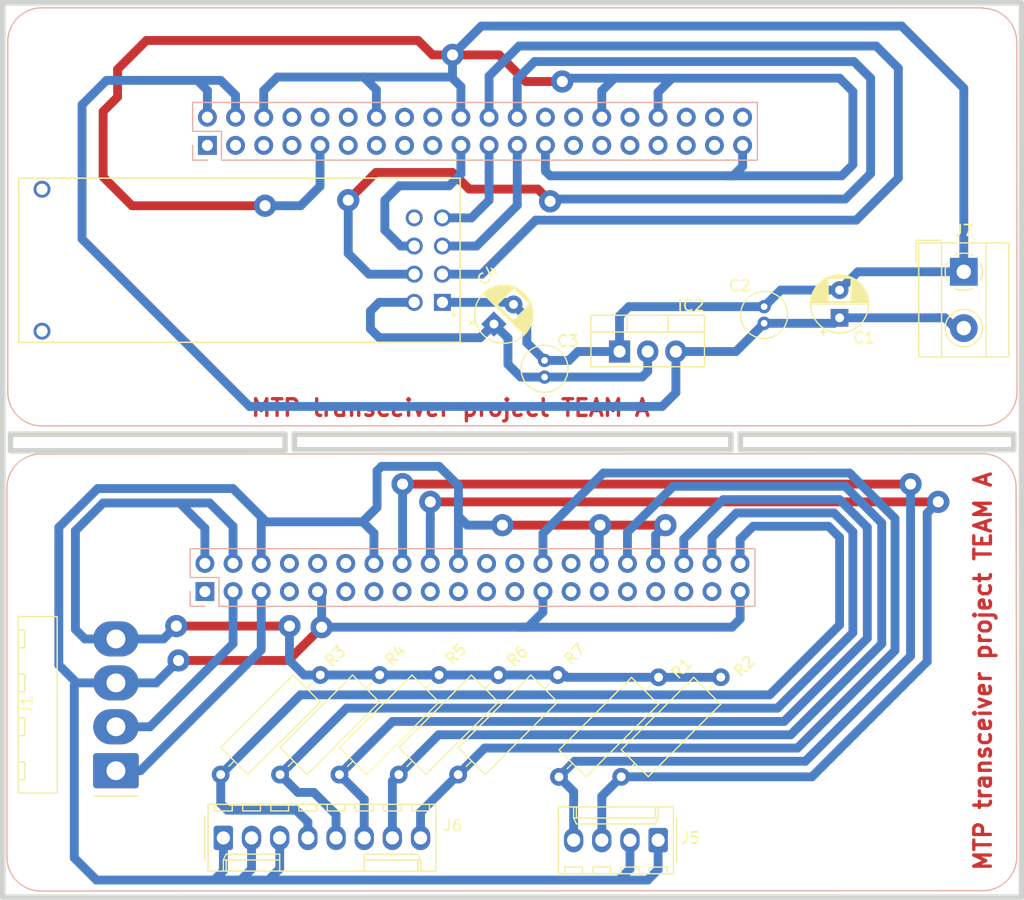
<source format=kicad_pcb>
(kicad_pcb (version 20240108) (generator "pcbnew") (generator_version "8.0")
  (title_block (date "15 nov 2012"))
  (layers (0 "F.Cu" signal) (31 "B.Cu" signal) (34 "B.Paste" user) (35 "F.Paste" user) (36 "B.SilkS" user "B.Silkscreen") (37 "F.SilkS" user "F.Silkscreen") (38 "B.Mask" user) (39 "F.Mask" user) (44 "Edge.Cuts" user))
  (net 0 "")
  (net 1 "GND")
  (net 2 "CSN")
  (net 3 "+5V")
  (net 4 "+3V3")
  (net 5 "CE")
  (net 6 "/interface/GPIO2{slash}SDA1")
  (net 7 "/interface/GPIO3{slash}SCL1")
  (net 9 "/Transceiver/GPIO18{slash}PCM.CLK")
  (net 10 "/Transceiver/GPIO26")
  (net 12 "/Transceiver/GPIO6")
  (net 13 "/Transceiver/GPIO16")
  (net 14 "/Transceiver/GPIO27")
  (net 16 "/Transceiver/GPIO24")
  (net 17 "/Transceiver/GPIO23")
  (net 18 "/Transceiver/GPIO10{slash}SPI0.MOSI")
  (net 19 "/Transceiver/GPIO4{slash}GPCLK0")
  (net 20 "/Transceiver/GPIO11{slash}SPI0.SCLK")
  (net 21 "/Transceiver/GPIO3{slash}SCL1")
  (net 22 "/Transceiver/GPIO14{slash}TXD0")
  (net 23 "/Transceiver/GPIO13{slash}PWM1")
  (net 24 "/Transceiver/GPIO19{slash}PCM.FS")
  (net 25 "/Transceiver/GPIO22")
  (net 26 "/Transceiver/GPIO9{slash}SPI0.MISO")
  (net 27 "/Transceiver/GPIO12{slash}PWM0")
  (net 28 "/Transceiver/GPIO21{slash}PCM.DOUT")
  (net 29 "/Transceiver/ID_SDA")
  (net 30 "/Transceiver/GPIO2{slash}SDA1")
  (net 31 "/Transceiver/ID_SCL")
  (net 32 "/Transceiver/GPIO7{slash}SPI0.CE1")
  (net 33 "/Transceiver/GPIO5")
  (net 34 "/Transceiver/GPIO15{slash}RXD0")
  (net 35 "/Transceiver/GPIO20{slash}PCM.DIN")
  (net 36 "/Transceiver/GPIO17")
  (net 38 "/interface/GPIO9{slash}SPI0.MISO")
  (net 39 "/interface/GPIO22")
  (net 40 "/interface/ID_SDA")
  (net 41 "/interface/GPIO19{slash}PCM.FS")
  (net 42 "/interface/GPIO20{slash}PCM.DIN")
  (net 43 "/interface/GPIO7{slash}SPI0.CE1")
  (net 44 "/interface/GPIO10{slash}SPI0.MOSI")
  (net 45 "/interface/GPIO21{slash}PCM.DOUT")
  (net 46 "/interface/ID_SCL")
  (net 47 "/interface/GPIO18{slash}PCM.CLK")
  (net 48 "/interface/GPIO25")
  (net 49 "/interface/GPIO4{slash}GPCLK0")
  (net 50 "/interface/GPIO11{slash}SPI0.SCLK")
  (net 51 "/interface/GPIO5")
  (net 52 "/interface/GPIO13{slash}PWM1")
  (net 53 "/interface/GPIO8{slash}SPI0.CE0")
  (net 54 "/interface/GPIO12{slash}PWM0")
  (net 55 "/interface/GPIO16")
  (net 56 "/interface/GPIO26")
  (net 57 "/interface/GPIO23")
  (net 58 "/interface/GPIO14{slash}TXD0")
  (net 59 "/interface/GPIO27")
  (net 60 "/interface/GPIO15{slash}RXD0")
  (net 61 "/interface/GPIO24")
  (net 62 "/interface/GPIO6")
  (net 63 "/interface/GPIO17")
  (net 65 "GND1")
  (net 66 "+5VA")
  (footprint "Resistor_THT:R_Axial_DIN0309_L9.0mm_D3.2mm_P12.70mm_Horizontal" (layer "F.Cu") (at 123.885192 182.809872 -135)
    (property "Reference" "R5" (at -2.4 0.25 45) (layer "F.SilkS"))
    (property "Value" "220")
    (pad "1" thru_hole circle (at 0 0 225) (size 1.6 1.6) (drill 0.8) (layers "*.Cu" "*.Mask") (net 66 "+5VA"))
    (pad "2" thru_hole oval (at 12.7 0 225) (size 1.6 1.6) (drill 0.8) (layers "*.Cu" "*.Mask") (net 55 "/interface/GPIO16"))
  )
  (footprint "Capacitor_THT:C_Radial_D4.0mm_H5.0mm_P1.50mm" (layer "F.Cu") (at 133.4 155.95 90)
    (property "Reference" "C3" (at 3.25 2.1 360) (layer "F.SilkS"))
    (property "Value" "33uF")
    (pad "1" thru_hole circle (at 0 0 90) (size 1.2 1.2) (drill 0.6) (layers "*.Cu" "*.Mask") (net 4 "+3V3"))
    (pad "2" thru_hole circle (at 1.5 0 90) (size 1.2 1.2) (drill 0.6) (layers "*.Cu" "*.Mask") (net 1 "GND"))
  )
  (footprint "Connector_Molex:Molex_KK-396_A-41792-0004_1x04_P3.96mm_Horizontal" (layer "F.Cu") (at 94.755 191.44 90)
    (property "Reference" "J1" (at 5.94 -8.055 90) (layer "F.SilkS"))
    (property "Value" "LCD_screeen")
    (pad "1" thru_hole roundrect (at 0 0 90) (size 3.16 4.1) (drill 1.7) (layers "*.Cu" "*.Mask") (roundrect_rratio 0.079114) (net 7 "/interface/GPIO3{slash}SCL1"))
    (pad "2" thru_hole oval (at 3.96 0 90) (size 3.16 4.1) (drill 1.7) (layers "*.Cu" "*.Mask") (net 6 "/interface/GPIO2{slash}SDA1"))
    (pad "3" thru_hole oval (at 7.92 0 90) (size 3.16 4.1) (drill 1.7) (layers "*.Cu" "*.Mask") (net 65 "GND1"))
    (pad "4" thru_hole oval (at 11.88 0 90) (size 3.16 4.1) (drill 1.7) (layers "*.Cu" "*.Mask") (net 66 "+5VA"))
  )
  (footprint "Package_TO_SOT_THT:TO-220-3_Vertical" (layer "F.Cu") (at 140.16 153.645)
    (property "Reference" "IC2" (at 6.44 -4.145 180) (layer "F.SilkS"))
    (property "Value" "LD1117v33")
    (pad "1" thru_hole rect (at 0 0) (size 1.905 2) (drill 1.1) (layers "*.Cu" "*.Mask") (net 1 "GND"))
    (pad "2" thru_hole oval (at 2.54 0) (size 1.905 2) (drill 1.1) (layers "*.Cu" "*.Mask") (net 4 "+3V3"))
    (pad "3" thru_hole oval (at 5.08 0) (size 1.905 2) (drill 1.1) (layers "*.Cu" "*.Mask") (net 3 "+5V"))
  )
  (footprint "Resistor_THT:R_Axial_DIN0309_L9.0mm_D3.2mm_P12.70mm_Horizontal" (layer "F.Cu") (at 134.590128 182.809872 -135)
    (property "Reference" "R7" (at -2.4 0.25 45) (layer "F.SilkS"))
    (property "Value" "220")
    (pad "1" thru_hole circle (at 0 0 225) (size 1.6 1.6) (drill 0.8) (layers "*.Cu" "*.Mask") (net 66 "+5VA"))
    (pad "2" thru_hole oval (at 12.7 0 225) (size 1.6 1.6) (drill 0.8) (layers "*.Cu" "*.Mask") (net 43 "/interface/GPIO7{slash}SPI0.CE1"))
  )
  (footprint "NRF24L01P-MODULE-PCB:XCVR_NRF24L01P-MODULE-PCB" (layer "F.Cu") (at 126.2875 137.5125 180)
    (property "Reference" "U1" (hide yes))
    (property "Value" "NRF24L01P")
    (pad "1" thru_hole rect (at 2.1 -11.7 180) (size 1.524 1.524) (drill 1.016) (layers "*.Cu" "*.Mask") (net 1 "GND"))
    (pad "2" thru_hole circle (at 4.6399 -11.7 180) (size 1.524 1.524) (drill 1.016) (layers "*.Cu" "*.Mask") (net 4 "+3V3"))
    (pad "3" thru_hole circle (at 2.1 -9.16 180) (size 1.524 1.524) (drill 1.016) (layers "*.Cu" "*.Mask") (net 5 "CE"))
    (pad "4" thru_hole circle (at 4.6399 -9.16 180) (size 1.524 1.524) (drill 1.016) (layers "*.Cu" "*.Mask") (net 2 "CSN"))
    (pad "5" thru_hole circle (at 2.1 -6.62 180) (size 1.524 1.524) (drill 1.016) (layers "*.Cu" "*.Mask") (net 20 "/Transceiver/GPIO11{slash}SPI0.SCLK"))
    (pad "6" thru_hole circle (at 4.6399 -6.62 180) (size 1.524 1.524) (drill 1.016) (layers "*.Cu" "*.Mask") (net 18 "/Transceiver/GPIO10{slash}SPI0.MOSI"))
    (pad "7" thru_hole circle (at 2.1 -4.08 180) (size 1.524 1.524) (drill 1.016) (layers "*.Cu" "*.Mask") (net 26 "/Transceiver/GPIO9{slash}SPI0.MISO"))
    (pad "8" thru_hole circle (at 4.6399 -4.08 180) (size 1.524 1.524) (drill 1.016) (layers "*.Cu" "*.Mask"))
    (pad "GND" thru_hole circle (at 38.2 -14.3 180) (size 1.524 1.524) (drill 1.016) (layers "*.Cu" "*.Mask"))
    (pad "GND" thru_hole circle (at 38.2 -1.5 180) (size 1.524 1.524) (drill 1.016) (layers "*.Cu" "*.Mask"))
  )
  (footprint "Connector_Molex:Molex_KK-254_AE-6410-04A_1x04_P2.54mm_Vertical" (layer "F.Cu") (at 143.64 197.7 180)
    (property "Reference" "J5" (at -2.9 0.2 0) (layer "F.SilkS"))
    (property "Value" "Switches")
    (pad "1" thru_hole roundrect (at 0 0 180) (size 1.74 2.19) (drill 1.19) (layers "*.Cu" "*.Mask") (roundrect_rratio 0.143678) (net 65 "GND1"))
    (pad "2" thru_hole oval (at 2.54 0 180) (size 1.74 2.19) (drill 1.19) (layers "*.Cu" "*.Mask") (net 65 "GND1"))
    (pad "3" thru_hole oval (at 5.08 0 180) (size 1.74 2.19) (drill 1.19) (layers "*.Cu" "*.Mask") (net 61 "/interface/GPIO24"))
    (pad "4" thru_hole oval (at 7.62 0 180) (size 1.74 2.19) (drill 1.19) (layers "*.Cu" "*.Mask") (net 57 "/interface/GPIO23"))
  )
  (footprint "Resistor_THT:R_Axial_DIN0309_L9.0mm_D3.2mm_P12.70mm_Horizontal" (layer "F.Cu") (at 118.532724 182.809872 -135)
    (property "Reference" "R4" (at -2.25 0.25 45) (layer "F.SilkS"))
    (property "Value" "220")
    (pad "1" thru_hole circle (at 0 0 225) (size 1.6 1.6) (drill 0.8) (layers "*.Cu" "*.Mask") (net 66 "+5VA"))
    (pad "2" thru_hole oval (at 12.7 0 225) (size 1.6 1.6) (drill 0.8) (layers "*.Cu" "*.Mask") (net 42 "/interface/GPIO20{slash}PCM.DIN"))
  )
  (footprint "TerminalBlock_MetzConnect:TerminalBlock_MetzConnect_Type101_RT01602HBWC_1x02_P5.08mm_Horizontal" (layer "F.Cu") (at 171.2 146.455 -90)
    (property "Reference" "J7" (at -3.72 0 360) (layer "F.SilkS"))
    (property "Value" "Screw_Terminal_01x02")
    (pad "1" thru_hole rect (at 0 0 270) (size 2.5 2.5) (drill 1.3) (layers "*.Cu" "*.Mask") (net 1 "GND"))
    (pad "2" thru_hole circle (at 5.08 0 270) (size 2.5 2.5) (drill 1.3) (layers "*.Cu" "*.Mask") (net 3 "+5V"))
  )
  (footprint "Connector_Molex:Molex_KK-254_AE-6410-08A_1x08_P2.54mm_Vertical" (layer "F.Cu") (at 104.44 197.5)
    (property "Reference" "J6" (at 20.7 -1.125 360) (layer "F.SilkS"))
    (property "Value" "LED_status")
    (pad "1" thru_hole roundrect (at 0 0) (size 1.74 2.19) (drill 1.19) (layers "*.Cu" "*.Mask") (roundrect_rratio 0.143678) (net 65 "GND1"))
    (pad "2" thru_hole oval (at 2.54 0) (size 1.74 2.19) (drill 1.19) (layers "*.Cu" "*.Mask") (net 65 "GND1"))
    (pad "3" thru_hole oval (at 5.08 0) (size 1.74 2.19) (drill 1.19) (layers "*.Cu" "*.Mask") (net 65 "GND1"))
    (pad "4" thru_hole oval (at 7.62 0) (size 1.74 2.19) (drill 1.19) (layers "*.Cu" "*.Mask") (net 45 "/interface/GPIO21{slash}PCM.DOUT"))
    (pad "5" thru_hole oval (at 10.16 0) (size 1.74 2.19) (drill 1.19) (layers "*.Cu" "*.Mask") (net 42 "/interface/GPIO20{slash}PCM.DIN"))
    (pad "6" thru_hole oval (at 12.7 0) (size 1.74 2.19) (drill 1.19) (layers "*.Cu" "*.Mask") (net 55 "/interface/GPIO16"))
    (pad "7" thru_hole oval (at 15.24 0) (size 1.74 2.19) (drill 1.19) (layers "*.Cu" "*.Mask") (net 54 "/interface/GPIO12{slash}PWM0"))
    (pad "8" thru_hole oval (at 17.78 0) (size 1.74 2.19) (drill 1.19) (layers "*.Cu" "*.Mask") (net 43 "/interface/GPIO7{slash}SPI0.CE1"))
  )
  (footprint "Resistor_THT:R_Axial_DIN0309_L9.0mm_D3.2mm_P12.70mm_Horizontal" (layer "F.Cu") (at 129.23766 182.809872 -135)
    (property "Reference" "R6" (at -2.4 0 45) (layer "F.SilkS"))
    (property "Value" "220")
    (pad "1" thru_hole circle (at 0 0 225) (size 1.6 1.6) (drill 0.8) (layers "*.Cu" "*.Mask") (net 66 "+5VA"))
    (pad "2" thru_hole oval (at 12.7 0 225) (size 1.6 1.6) (drill 0.8) (layers "*.Cu" "*.Mask") (net 54 "/interface/GPIO12{slash}PWM0"))
  )
  (footprint "Resistor_THT:R_Axial_DIN0309_L9.0mm_D3.2mm_P12.70mm_Horizontal" (layer "F.Cu") (at 149.290128 183.009872 -135)
    (property "Reference" "R2" (at -2.199999 -0.8 45) (layer "F.SilkS"))
    (property "Value" "220")
    (pad "1" thru_hole circle (at 0 0 225) (size 1.6 1.6) (drill 0.8) (layers "*.Cu" "*.Mask") (net 66 "+5VA"))
    (pad "2" thru_hole oval (at 12.7 0 225) (size 1.6 1.6) (drill 0.8) (layers "*.Cu" "*.Mask") (net 61 "/interface/GPIO24"))
  )
  (footprint "Capacitor_THT:CP_Radial_D5.0mm_P2.50mm" (layer "F.Cu") (at 160 150.605113 90)
    (property "Reference" "C1" (at -1.794888 2.2 360) (layer "F.SilkS"))
    (property "Value" "10uF")
    (pad "1" thru_hole rect (at 0 0 90) (size 1.6 1.6) (drill 0.8) (layers "*.Cu" "*.Mask") (net 3 "+5V"))
    (pad "2" thru_hole circle (at 2.5 0 90) (size 1.6 1.6) (drill 0.8) (layers "*.Cu" "*.Mask") (net 1 "GND"))
  )
  (footprint "Resistor_THT:R_Axial_DIN0309_L9.0mm_D3.2mm_P12.70mm_Horizontal" (layer "F.Cu") (at 143.680256 183.019744 -135)
    (property "Reference" "R1" (at -2.05 -0.9 45) (layer "F.SilkS"))
    (property "Value" "220")
    (pad "1" thru_hole circle (at 0 0 225) (size 1.6 1.6) (drill 0.8) (layers "*.Cu" "*.Mask") (net 66 "+5VA"))
    (pad "2" thru_hole oval (at 12.7 0 225) (size 1.6 1.6) (drill 0.8) (layers "*.Cu" "*.Mask") (net 57 "/interface/GPIO23"))
  )
  (footprint "Capacitor_THT:CP_Radial_D5.0mm_P2.50mm" (layer "F.Cu") (at 128.832233 151.167767 45)
    (property "Reference" "C4" (at 2.695588 -3.504159 45) (layer "F.SilkS"))
    (property "Value" "10uF")
    (pad "1" thru_hole rect (at 0 0 45) (size 1.6 1.6) (drill 0.8) (layers "*.Cu" "*.Mask") (net 4 "+3V3"))
    (pad "2" thru_hole circle (at 2.5 0 45) (size 1.6 1.6) (drill 0.8) (layers "*.Cu" "*.Mask") (net 1 "GND"))
  )
  (footprint "Capacitor_THT:C_Radial_D4.0mm_H5.0mm_P1.50mm" (layer "F.Cu") (at 153.2 151.1 90)
    (property "Reference" "C2" (at 3.4 -2.2 180) (layer "F.SilkS"))
    (property "Value" "0,47uF")
    (pad "1" thru_hole circle (at 0 0 90) (size 1.2 1.2) (drill 0.6) (layers "*.Cu" "*.Mask") (net 3 "+5V"))
    (pad "2" thru_hole circle (at 1.5 0 90) (size 1.2 1.2) (drill 0.6) (layers "*.Cu" "*.Mask") (net 1 "GND"))
  )
  (footprint "Resistor_THT:R_Axial_DIN0309_L9.0mm_D3.2mm_P12.70mm_Horizontal" (layer "F.Cu") (at 113.180256 182.809872 -135)
    (property "Reference" "R3" (at -2.15 0.25 45) (layer "F.SilkS"))
    (property "Value" "220")
    (pad "1" thru_hole circle (at 0 0 225) (size 1.6 1.6) (drill 0.8) (layers "*.Cu" "*.Mask") (net 66 "+5VA"))
    (pad "2" thru_hole oval (at 12.7 0 225) (size 1.6 1.6) (drill 0.8) (layers "*.Cu" "*.Mask") (net 45 "/interface/GPIO21{slash}PCM.DOUT"))
  )
  (footprint "Module:Raspberry_Pi_Zero_Socketed_THT_FaceDown_MountingHoles" (layer "B.Cu") (at 102.775 175.29 -90)
    (property "Reference" "J4" (hide yes))
    (property "Value" "GPIO" (hide yes))
    (pad "" np_thru_hole circle (at -1.27 -53.13 180) (size 2.75 2.75) (drill 2.75) (layers "*.Cu" "*.Mask"))
    (pad "" np_thru_hole circle (at -1.27 4.87 180) (size 2.75 2.75) (drill 2.75) (layers "*.Cu" "*.Mask"))
    (pad "" np_thru_hole circle (at 21.73 -53.13 180) (size 2.75 2.75) (drill 2.75) (layers "*.Cu" "*.Mask"))
    (pad "" np_thru_hole circle (at 21.73 4.87 180) (size 2.75 2.75) (drill 2.75) (layers "*.Cu" "*.Mask"))
    (pad "1" thru_hole rect (at 0 0 270) (size 1.7 1.7) (drill 1) (layers "*.Cu" "*.Mask"))
    (pad "2" thru_hole oval (at -2.54 0 270) (size 1.7 1.7) (drill 1) (layers "*.Cu" "*.Mask") (net 66 "+5VA"))
    (pad "3" thru_hole oval (at 0 -2.54 270) (size 1.7 1.7) (drill 1) (layers "*.Cu" "*.Mask") (net 6 "/interface/GPIO2{slash}SDA1"))
    (pad "4" thru_hole oval (at -2.54 -2.54 270) (size 1.7 1.7) (drill 1) (layers "*.Cu" "*.Mask") (net 66 "+5VA"))
    (pad "5" thru_hole oval (at 0 -5.08 270) (size 1.7 1.7) (drill 1) (layers "*.Cu" "*.Mask") (net 7 "/interface/GPIO3{slash}SCL1"))
    (pad "6" thru_hole oval (at -2.54 -5.08 270) (size 1.7 1.7) (drill 1) (layers "*.Cu" "*.Mask") (net 65 "GND1"))
    (pad "7" thru_hole oval (at 0 -7.62 270) (size 1.7 1.7) (drill 1) (layers "*.Cu" "*.Mask") (net 49 "/interface/GPIO4{slash}GPCLK0"))
    (pad "8" thru_hole oval (at -2.54 -7.62 270) (size 1.7 1.7) (drill 1) (layers "*.Cu" "*.Mask") (net 58 "/interface/GPIO14{slash}TXD0"))
    (pad "9" thru_hole oval (at 0 -10.16 270) (size 1.7 1.7) (drill 1) (layers "*.Cu" "*.Mask") (net 65 "GND1"))
    (pad "10" thru_hole oval (at -2.54 -10.16 270) (size 1.7 1.7) (drill 1) (layers "*.Cu" "*.Mask") (net 60 "/interface/GPIO15{slash}RXD0"))
    (pad "11" thru_hole oval (at 0 -12.7 270) (size 1.7 1.7) (drill 1) (layers "*.Cu" "*.Mask") (net 63 "/interface/GPIO17"))
    (pad "12" thru_hole oval (at -2.54 -12.7 270) (size 1.7 1.7) (drill 1) (layers "*.Cu" "*.Mask") (net 47 "/interface/GPIO18{slash}PCM.CLK"))
    (pad "13" thru_hole oval (at 0 -15.24 270) (size 1.7 1.7) (drill 1) (layers "*.Cu" "*.Mask") (net 59 "/interface/GPIO27"))
    (pad "14" thru_hole oval (at -2.54 -15.24 270) (size 1.7 1.7) (drill 1) (layers "*.Cu" "*.Mask") (net 65 "GND1"))
    (pad "15" thru_hole oval (at 0 -17.78 270) (size 1.7 1.7) (drill 1) (layers "*.Cu" "*.Mask") (net 39 "/interface/GPIO22"))
    (pad "16" thru_hole oval (at -2.54 -17.78 270) (size 1.7 1.7) (drill 1) (layers "*.Cu" "*.Mask") (net 57 "/interface/GPIO23"))
    (pad "17" thru_hole oval (at 0 -20.32 270) (size 1.7 1.7) (drill 1) (layers "*.Cu" "*.Mask"))
    (pad "18" thru_hole oval (at -2.54 -20.32 270) (size 1.7 1.7) (drill 1) (layers "*.Cu" "*.Mask") (net 61 "/interface/GPIO24"))
    (pad "19" thru_hole oval (at 0 -22.86 270) (size 1.7 1.7) (drill 1) (layers "*.Cu" "*.Mask") (net 44 "/interface/GPIO10{slash}SPI0.MOSI"))
    (pad "20" thru_hole oval (at -2.54 -22.86 270) (size 1.7 1.7) (drill 1) (layers "*.Cu" "*.Mask") (net 65 "GND1"))
    (pad "21" thru_hole oval (at 0 -25.4 270) (size 1.7 1.7) (drill 1) (layers "*.Cu" "*.Mask") (net 38 "/interface/GPIO9{slash}SPI0.MISO"))
    (pad "22" thru_hole oval (at -2.54 -25.4 270) (size 1.7 1.7) (drill 1) (layers "*.Cu" "*.Mask") (net 48 "/interface/GPIO25"))
    (pad "23" thru_hole oval (at 0 -27.94 270) (size 1.7 1.7) (drill 1) (layers "*.Cu" "*.Mask") (net 50 "/interface/GPIO11{slash}SPI0.SCLK"))
    (pad "24" thru_hole oval (at -2.54 -27.94 270) (size 1.7 1.7) (drill 1) (layers "*.Cu" "*.Mask") (net 53 "/interface/GPIO8{slash}SPI0.CE0"))
    (pad "25" thru_hole oval (at 0 -30.48 270) (size 1.7 1.7) (drill 1) (layers "*.Cu" "*.Mask") (net 65 "GND1"))
    (pad "26" thru_hole oval (at -2.54 -30.48 270) (size 1.7 1.7) (drill 1) (layers "*.Cu" "*.Mask") (net 43 "/interface/GPIO7{slash}SPI0.CE1"))
    (pad "27" thru_hole oval (at 0 -33.02 270) (size 1.7 1.7) (drill 1) (layers "*.Cu" "*.Mask") (net 40 "/interface/ID_SDA"))
    (pad "28" thru_hole oval (at -2.54 -33.02 270) (size 1.7 1.7) (drill 1) (layers "*.Cu" "*.Mask") (net 46 "/interface/ID_SCL"))
    (pad "29" thru_hole oval (at 0 -35.56 270) (size 1.7 1.7) (drill 1) (layers "*.Cu" "*.Mask") (net 51 "/interface/GPIO5"))
    (pad "30" thru_hole oval (at -2.54 -35.56 270) (size 1.7 1.7) (drill 1) (layers "*.Cu" "*.Mask") (net 65 "GND1"))
    (pad "31" thru_hole oval (at 0 -38.1 270) (size 1.7 1.7) (drill 1) (layers "*.Cu" "*.Mask") (net 62 "/interface/GPIO6"))
    (pad "32" thru_hole oval (at -2.54 -38.1 270) (size 1.7 1.7) (drill 1) (layers "*.Cu" "*.Mask") (net 54 "/interface/GPIO12{slash}PWM0"))
    (pad "33" thru_hole oval (at 0 -40.64 270) (size 1.7 1.7) (drill 1) (layers "*.Cu" "*.Mask") (net 52 "/interface/GPIO13{slash}PWM1"))
    (pad "34" thru_hole oval (at -2.54 -40.64 270) (size 1.7 1.7) (drill 1) (layers "*.Cu" "*.Mask") (net 65 "GND1"))
    (pad "35" thru_hole oval (at 0 -43.18 270) (size 1.7 1.7) (drill 1) (layers "*.Cu" "*.Mask") (net 41 "/interface/GPIO19{slash}PCM.FS"))
    (pad "36" thru_hole oval (at -2.54 -43.18 270) (size 1.7 1.7) (drill 1) (layers "*.Cu" "*.Mask") (net 55 "/interface/GPIO16"))
    (pad "37" thru_hole oval (at 0 -45.72 270) (size 1.7 1.7) (drill 1) (layers "*.Cu" "*.Mask") (net 56 "/interface/GPIO26"))
    (pad "38" thru_hole oval (at -2.54 -45.72 270) (size 1.7 1.7) (drill 1) (layers "*.Cu" "*.Mask") (net 42 "/interface/GPIO20{slash}PCM.DIN"))
    (pad "39" thru_hole oval (at 0 -48.26 270) (size 1.7 1.7) (drill 1) (layers "*.Cu" "*.Mask") (net 65 "GND1"))
    (pad "40" thru_hole oval (at -2.54 -48.26 270) (size 1.7 1.7) (drill 1) (layers "*.Cu" "*.Mask") (net 45 "/interface/GPIO21{slash}PCM.DOUT"))
  )
  (footprint "Module:Raspberry_Pi_Zero_Socketed_THT_FaceDown_MountingHoles" (layer "B.Cu") (at 102.999064 135.057077 -90)
    (property "Reference" "J3" (hide yes))
    (property "Value" "GPIO" (hide yes))
    (pad "" np_thru_hole circle (at -1.27 -53.13 180) (size 2.75 2.75) (drill 2.75) (layers "*.Cu" "*.Mask"))
    (pad "" np_thru_hole circle (at -1.27 4.87 180) (size 2.75 2.75) (drill 2.75) (layers "*.Cu" "*.Mask"))
    (pad "" np_thru_hole circle (at 21.73 -53.13 180) (size 2.75 2.75) (drill 2.75) (layers "*.Cu" "*.Mask"))
    (pad "" np_thru_hole circle (at 21.73 4.87 180) (size 2.75 2.75) (drill 2.75) (layers "*.Cu" "*.Mask"))
    (pad "1" thru_hole rect (at 0 0 270) (size 1.7 1.7) (drill 1) (layers "*.Cu" "*.Mask"))
    (pad "2" thru_hole oval (at -2.54 0 270) (size 1.7 1.7) (drill 1) (layers "*.Cu" "*.Mask") (net 3 "+5V"))
    (pad "3" thru_hole oval (at 0 -2.54 270) (size 1.7 1.7) (drill 1) (layers "*.Cu" "*.Mask") (net 30 "/Transceiver/GPIO2{slash}SDA1"))
    (pad "4" thru_hole oval (at -2.54 -2.54 270) (size 1.7 1.7) (drill 1) (layers "*.Cu" "*.Mask") (net 3 "+5V"))
    (pad "5" thru_hole oval (at 0 -5.08 270) (size 1.7 1.7) (drill 1) (layers "*.Cu" "*.Mask") (net 21 "/Transceiver/GPIO3{slash}SCL1"))
    (pad "6" thru_hole oval (at -2.54 -5.08 270) (size 1.7 1.7) (drill 1) (layers "*.Cu" "*.Mask") (net 1 "GND"))
    (pad "7" thru_hole oval (at 0 -7.62 270) (size 1.7 1.7) (drill 1) (layers "*.Cu" "*.Mask") (net 19 "/Transceiver/GPIO4{slash}GPCLK0"))
    (pad "8" thru_hole oval (at -2.54 -7.62 270) (size 1.7 1.7) (drill 1) (layers "*.Cu" "*.Mask") (net 22 "/Transceiver/GPIO14{slash}TXD0"))
    (pad "9" thru_hole oval (at 0 -10.16 270) (size 1.7 1.7) (drill 1) (layers "*.Cu" "*.Mask") (net 1 "GND"))
    (pad "10" thru_hole oval (at -2.54 -10.16 270) (size 1.7 1.7) (drill 1) (layers "*.Cu" "*.Mask") (net 34 "/Transceiver/GPIO15{slash}RXD0"))
    (pad "11" thru_hole oval (at 0 -12.7 270) (size 1.7 1.7) (drill 1) (layers "*.Cu" "*.Mask") (net 36 "/Transceiver/GPIO17"))
    (pad "12" thru_hole oval (at -2.54 -12.7 270) (size 1.7 1.7) (drill 1) (layers "*.Cu" "*.Mask") (net 9 "/Transceiver/GPIO18{slash}PCM.CLK"))
    (pad "13" thru_hole oval (at 0 -15.24 270) (size 1.7 1.7) (drill 1) (layers "*.Cu" "*.Mask") (net 14 "/Transceiver/GPIO27"))
    (pad "14" thru_hole oval (at -2.54 -15.24 270) (size 1.7 1.7) (drill 1) (layers "*.Cu" "*.Mask") (net 1 "GND"))
    (pad "15" thru_hole oval (at 0 -17.78 270) (size 1.7 1.7) (drill 1) (layers "*.Cu" "*.Mask") (net 25 "/Transceiver/GPIO22"))
    (pad "16" thru_hole oval (at -2.54 -17.78 270) (size 1.7 1.7) (drill 1) (layers "*.Cu" "*.Mask") (net 17 "/Transceiver/GPIO23"))
    (pad "17" thru_hole oval (at 0 -20.32 270) (size 1.7 1.7) (drill 1) (layers "*.Cu" "*.Mask"))
    (pad "18" thru_hole oval (at -2.54 -20.32 270) (size 1.7 1.7) (drill 1) (layers "*.Cu" "*.Mask") (net 16 "/Transceiver/GPIO24"))
    (pad "19" thru_hole oval (at 0 -22.86 270) (size 1.7 1.7) (drill 1) (layers "*.Cu" "*.Mask") (net 18 "/Transceiver/GPIO10{slash}SPI0.MOSI"))
    (pad "20" thru_hole oval (at -2.54 -22.86 270) (size 1.7 1.7) (drill 1) (layers "*.Cu" "*.Mask") (net 1 "GND"))
    (pad "21" thru_hole oval (at 0 -25.4 270) (size 1.7 1.7) (drill 1) (layers "*.Cu" "*.Mask") (net 26 "/Transceiver/GPIO9{slash}SPI0.MISO"))
    (pad "22" thru_hole oval (at -2.54 -25.4 270) (size 1.7 1.7) (drill 1) (layers "*.Cu" "*.Mask") (net 5 "CE"))
    (pad "23" thru_hole oval (at 0 -27.94 270) (size 1.7 1.7) (drill 1) (layers "*.Cu" "*.Mask") (net 20 "/Transceiver/GPIO11{slash}SPI0.SCLK"))
    (pad "24" thru_hole oval (at -2.54 -27.94 270) (size 1.7 1.7) (drill 1) (layers "*.Cu" "*.Mask") (net 2 "CSN"))
    (pad "25" thru_hole oval (at 0 -30.48 270) (size 1.7 1.7) (drill 1) (layers "*.Cu" "*.Mask") (net 1 "GND"))
    (pad "26" thru_hole oval (at -2.54 -30.48 270) (size 1.7 1.7) (drill 1) (layers "*.Cu" "*.Mask") (net 32 "/Transceiver/GPIO7{slash}SPI0.CE1"))
    (pad "27" thru_hole oval (at 0 -33.02 270) (size 1.7 1.7) (drill 1) (layers "*.Cu" "*.Mask") (net 29 "/Transceiver/ID_SDA"))
    (pad "28" thru_hole oval (at -2.54 -33.02 270) (size 1.7 1.7) (drill 1) (layers "*.Cu" "*.Mask") (net 31 "/Transceiver/ID_SCL"))
    (pad "29" thru_hole oval (at 0 -35.56 270) (size 1.7 1.7) (drill 1) (layers "*.Cu" "*.Mask") (net 33 "/Transceiver/GPIO5"))
    (pad "30" thru_hole oval (at -2.54 -35.56 270) (size 1.7 1.7) (drill 1) (layers "*.Cu" "*.Mask") (net 1 "GND"))
    (pad "31" thru_hole oval (at 0 -38.1 270) (size 1.7 1.7) (drill 1) (layers "*.Cu" "*.Mask") (net 12 "/Transceiver/GPIO6"))
    (pad "32" thru_hole oval (at -2.54 -38.1 270) (size 1.7 1.7) (drill 1) (layers "*.Cu" "*.Mask") (net 27 "/Transceiver/GPIO12{slash}PWM0"))
    (pad "33" thru_hole oval (at 0 -40.64 270) (size 1.7 1.7) (drill 1) (layers "*.Cu" "*.Mask") (net 23 "/Transceiver/GPIO13{slash}PWM1"))
    (pad "34" thru_hole oval (at -2.54 -40.64 270) (size 1.7 1.7) (drill 1) (layers "*.Cu" "*.Mask") (net 1 "GND"))
    (pad "35" thru_hole oval (at 0 -43.18 270) (size 1.7 1.7) (drill 1) (layers "*.Cu" "*.Mask") (net 24 "/Transceiver/GPIO19{slash}PCM.FS"))
    (pad "36" thru_hole oval (at -2.54 -43.18 270) (size 1.7 1.7) (drill 1) (layers "*.Cu" "*.Mask") (net 13 "/Transceiver/GPIO16"))
    (pad "37" thru_hole oval (at 0 -45.72 270) (size 1.7 1.7) (drill 1) (layers "*.Cu" "*.Mask") (net 10 "/Transceiver/GPIO26"))
    (pad "38" thru_hole oval (at -2.54 -45.72 270) (size 1.7 1.7) (drill 1) (layers "*.Cu" "*.Mask") (net 35 "/Transceiver/GPIO20{slash}PCM.DIN"))
    (pad "39" thru_hole oval (at 0 -48.26 270) (size 1.7 1.7) (drill 1) (layers "*.Cu" "*.Mask") (net 1 "GND"))
    (pad "40" thru_hole oval (at -2.54 -48.26 270) (size 1.7 1.7) (drill 1) (layers "*.Cu" "*.Mask") (net 28 "/Transceiver/GPIO21{slash}PCM.DOUT"))
  )
  (gr_rect (start 151.05 161.1) (end 175.7 162.5) (stroke (width 0.5)) (fill none) (layer "Edge.Cuts"))
  (gr_rect (start 84.55 122.2) (end 176.4 202.85) (stroke (width 0.5)) (fill none) (layer "Edge.Cuts"))
  (gr_rect (start 110.85 161.1) (end 150.2 162.5) (stroke (width 0.5)) (fill none) (layer "Edge.Cuts"))
  (gr_rect (start 85.25 161.1) (end 110 162.6) (stroke (width 0.5)) (fill none) (layer "Edge.Cuts"))
  (gr_text "MTP transceiver project TEAM A " (at 106.8 159.6 0) (layer "F.Cu") (effects (font (size 1.5 1.5) (thickness 0.3) (bold yes)) (justify left bottom)))
  (gr_text "MTP transceiver project TEAM A " (at 173.8 200.6 90) (layer "F.Cu") (effects (font (size 1.5 1.5) (thickness 0.3) (bold yes)) (justify left bottom)))
  (segment (start 122 125.6) (end 97.5 125.6) (width 0.8) (layer "F.Cu") (net 1))
  (segment (start 135 129.3) (end 131.7 129.3) (width 0.8) (layer "F.Cu") (net 1))
  (segment (start 131.7 129.3) (end 129.3 126.9) (width 0.8) (layer "F.Cu") (net 1))
  (segment (start 129.3 126.9) (end 125.1 126.9) (width 0.8) (layer "F.Cu") (net 1))
  (segment (start 97.5 125.6) (end 94.9 128.2) (width 0.8) (layer "F.Cu") (net 1))
  (segment (start 93.6 137.9) (end 96.2 140.5) (width 0.8) (layer "F.Cu") (net 1))
  (segment (start 123.3 126.9) (end 122 125.6) (width 0.8) (layer "F.Cu") (net 1))
  (segment (start 93.6 132) (end 93.6 137.9) (width 0.8) (layer "F.Cu") (net 1))
  (segment (start 125.1 126.9) (end 123.3 126.9) (width 0.8) (layer "F.Cu") (net 1))
  (segment (start 96.2 140.5) (end 108.2 140.5) (width 0.8) (layer "F.Cu") (net 1))
  (segment (start 94.9 128.2) (end 94.9 130.7) (width 0.8) (layer "F.Cu") (net 1))
  (segment (start 94.9 130.7) (end 93.6 132) (width 0.8) (layer "F.Cu") (net 1))
  (via (at 135 129.3) (size 2) (drill 1) (layers "F.Cu" "B.Cu") (net 1))
  (via (at 125.1 126.9) (size 2) (drill 1) (layers "F.Cu" "B.Cu") (net 1))
  (via (at 108.2 140.5) (size 2) (drill 1) (layers "F.Cu" "B.Cu") (net 1))
  (segment (start 160 148.105113) (end 154.694887 148.105113) (width 0.8) (layer "B.Cu") (net 1))
  (segment (start 113.159064 135.057077) (end 113.159064 138.740936) (width 0.8) (layer "B.Cu") (net 1))
  (segment (start 109.3 128.9) (end 108.079064 130.120936) (width 0.8) (layer "B.Cu") (net 1))
  (segment (start 139.7 129) (end 135.3 129) (width 0.8) (layer "B.Cu") (net 1))
  (segment (start 131.8 150.6) (end 131.8 152.85) (width 0.8) (layer "B.Cu") (net 1))
  (segment (start 133.479064 137.379064) (end 133.9 137.8) (width 0.8) (layer "B.Cu") (net 1))
  (segment (start 144.9 129) (end 160 129) (width 0.8) (layer "B.Cu") (net 1))
  (segment (start 125.1 128.8) (end 125 128.9) (width 0.8) (layer "B.Cu") (net 1))
  (segment (start 154.694887 148.105113) (end 153.2 149.6) (width 0.8) (layer "B.Cu") (net 1))
  (segment (start 118.239064 132.517077) (end 118.239064 130.039064) (width 0.8) (layer "B.Cu") (net 1))
  (segment (start 125.1 126.9) (end 125.1 128.8) (width 0.8) (layer "B.Cu") (net 1))
  (segment (start 143.639064 132.517077) (end 143.639064 130.260936) (width 0.8) (layer "B.Cu") (net 1))
  (segment (start 139.7 129) (end 144.9 129) (width 0.8) (layer "B.Cu") (net 1))
  (segment (start 118.239064 130.039064) (end 117.1 128.9) (width 0.8) (layer "B.Cu") (net 1))
  (segment (start 117.1 128.9) (end 109.3 128.9) (width 0.8) (layer "B.Cu") (net 1))
  (segment (start 125.859064 129.759064) (end 125 128.9) (width 0.8) (layer "B.Cu") (net 1))
  (segment (start 108.079064 130.120936) (end 108.079064 132.517077) (width 0.8) (layer "B.Cu") (net 1))
  (segment (start 133.9 137.8) (end 149.8 137.8) (width 0.8) (layer "B.Cu") (net 1))
  (segment (start 149.8 137.8) (end 150.4 137.8) (width 0.8) (layer "B.Cu") (net 1))
  (segment (start 138.559064 132.517077) (end 138.559064 130.140936) (width 0.8) (layer "B.Cu") (net 1))
  (segment (start 127.7 124.3) (end 125.1 126.9) (width 0.8) (layer "B.Cu") (net 1))
  (segment (start 135.3 129) (end 135 129.3) (width 0.8) (layer "B.Cu") (net 1))
  (segment (start 141 149.6) (end 140.16 150.44) (width 0.8) (layer "B.Cu") (net 1))
  (segment (start 125 128.9) (end 117.1 128.9) (width 0.8) (layer "B.Cu") (net 1))
  (segment (start 135.6 154.45) (end 136.405 153.645) (width 0.8) (layer "B.Cu") (net 1))
  (segment (start 150.4 137.8) (end 151.259064 136.940936) (width 0.8) (layer "B.Cu") (net 1))
  (segment (start 171.2 146.455) (end 161.650113 146.455) (width 0.8) (layer "B.Cu") (net 1))
  (segment (start 125.859064 132.517077) (end 125.859064 129.759064) (width 0.8) (layer "B.Cu") (net 1))
  (segment (start 111.4 140.5) (end 108.2 140.5) (width 0.8) (layer "B.Cu") (net 1))
  (segment (start 130.6 149.4) (end 131.8 150.6) (width 0.8) (layer "B.Cu") (net 1))
  (segment (start 140.16 150.44) (end 140.16 153.645) (width 0.8) (layer "B.Cu") (net 1))
  (segment (start 153.2 149.6) (end 141 149.6) (width 0.8) (layer "B.Cu") (net 1))
  (segment (start 113.159064 138.740936) (end 111.4 140.5) (width 0.8) (layer "B.Cu") (net 1))
  (segment (start 124.1875 149.2125) (end 130.4125 149.2125) (width 0.8) (layer "B.Cu") (net 1))
  (segment (start 160.2 137.8) (end 149.8 137.8) (width 0.8) (layer "B.Cu") (net 1))
  (segment (start 136.405 153.645) (end 140.16 153.645) (width 0.8) (layer "B.Cu") (net 1))
  (segment (start 138.559064 130.140936) (end 139.7 129) (width 0.8) (layer "B.Cu") (net 1))
  (segment (start 160 129) (end 161.2 130.2) (width 0.8) (layer "B.Cu") (net 1))
  (segment (start 131.8 152.85) (end 133.4 154.45) (width 0.8) (layer "B.Cu") (net 1))
  (segment (start 161.650113 146.455) (end 160 148.105113) (width 0.8) (layer "B.Cu") (net 1))
  (segment (start 165.6 124.3) (end 127.7 124.3) (width 0.8) (layer "B.Cu") (net 1))
  (segment (start 171.2 129.9) (end 165.6 124.3) (width 0.8) (layer "B.Cu") (net 1))
  (segment (start 133.479064 135.057077) (end 133.479064 137.379064) (width 0.8) (layer "B.Cu") (net 1))
  (segment (start 161.2 136.8) (end 160.2 137.8) (width 0.8) (layer "B.Cu") (net 1))
  (segment (start 143.639064 130.260936) (end 144.9 129) (width 0.8) (layer "B.Cu") (net 1))
  (segment (start 151.259064 136.940936) (end 151.259064 135.057077) (width 0.8) (layer "B.Cu") (net 1))
  (segment (start 171.2 146.455) (end 171.2 129.9) (width 0.8) (layer "B.Cu") (net 1))
  (segment (start 133.4 154.45) (end 135.6 154.45) (width 0.8) (layer "B.Cu") (net 1))
  (segment (start 161.2 130.2) (end 161.2 136.8) (width 0.8) (layer "B.Cu") (net 1))
  (segment (start 130.4125 149.2125) (end 130.6 149.4) (width 0.8) (layer "B.Cu") (net 1))
  (segment (start 126.6 139) (end 125.1 137.5) (width 0.8) (layer "F.Cu") (net 2))
  (segment (start 132.8 139) (end 126.6 139) (width 0.8) (layer "F.Cu") (net 2))
  (segment (start 118.2 137.5) (end 115.7 140) (width 0.8) (layer "F.Cu") (net 2))
  (segment (start 133.9 140.1) (end 132.8 139) (width 0.8) (layer "F.Cu") (net 2))
  (segment (start 125.1 137.5) (end 118.2 137.5) (width 0.8) (layer "F.Cu") (net 2))
  (via (at 115.7 140) (size 2) (drill 1) (layers "F.Cu" "B.Cu") (net 2))
  (via (at 133.9 140.1) (size 2) (drill 1) (layers "F.Cu" "B.Cu") (net 2))
  (segment (start 130.939064 129.060936) (end 132.5 127.5) (width 0.8) (layer "B.Cu") (net 2))
  (segment (start 115.7 144.8) (end 117.5725 146.6725) (width 0.8) (layer "B.Cu") (net 2))
  (segment (start 162.8 137.6) (end 160.5 139.9) (width 0.8) (layer "B.Cu") (net 2))
  (segment (start 162.8 129) (end 162.8 137.6) (width 0.8) (layer "B.Cu") (net 2))
  (segment (start 117.5725 146.6725) (end 121.6476 146.6725) (width 0.8) (layer "B.Cu") (net 2))
  (segment (start 132.5 127.5) (end 161.3 127.5) (width 0.8) (layer "B.Cu") (net 2))
  (segment (start 161.3 127.5) (end 162.8 129) (width 0.8) (layer "B.Cu") (net 2))
  (segment (start 160.5 139.9) (end 134.1 139.9) (width 0.8) (layer "B.Cu") (net 2))
  (segment (start 115.7 140) (end 115.7 144.8) (width 0.8) (layer "B.Cu") (net 2))
  (segment (start 130.939064 132.517077) (end 130.939064 129.060936) (width 0.8) (layer "B.Cu") (net 2))
  (segment (start 134.1 139.9) (end 133.9 140.1) (width 0.8) (layer "B.Cu") (net 2))
  (segment (start 91.7 143.5) (end 91.7 131.4) (width 0.8) (layer "B.Cu") (net 3))
  (segment (start 168.9 150.6) (end 168.894887 150.605113) (width 0.8) (layer "B.Cu") (net 3))
  (segment (start 145.24 157.36) (end 144 158.6) (width 0.8) (layer "B.Cu") (net 3))
  (segment (start 145.24 153.645) (end 145.24 157.36) (width 0.8) (layer "B.Cu") (net 3))
  (segment (start 153.2 151.1) (end 159.505113 151.1) (width 0.8) (layer "B.Cu") (net 3))
  (segment (start 102.999064 130.700936) (end 103 130.7) (width 0.8) (layer "B.Cu") (net 3))
  (segment (start 159.505113 151.1) (end 160 150.605113) (width 0.8) (layer "B.Cu") (net 3))
  (segment (start 91.7 131.4) (end 93.9 129.2) (width 0.8) (layer "B.Cu") (net 3))
  (segment (start 170.435 151.535) (end 169.5 150.6) (width 0.8) (layer "B.Cu") (net 3))
  (segment (start 145.24 153.645) (end 150.655 153.645) (width 0.8) (layer "B.Cu") (net 3))
  (segment (start 104.2 129.2) (end 105.539064 130.539064) (width 0.8) (layer "B.Cu") (net 3))
  (segment (start 105.539064 130.539064) (end 105.539064 132.517077) (width 0.8) (layer "B.Cu") (net 3))
  (segment (start 171.2 151.535) (end 170.435 151.535) (width 0.8) (layer "B.Cu") (net 3))
  (segment (start 168.894887 150.605113) (end 160 150.605113) (width 0.8) (layer "B.Cu") (net 3))
  (segment (start 150.655 153.645) (end 153.2 151.1) (width 0.8) (layer "B.Cu") (net 3))
  (segment (start 102.1 129.2) (end 104.2 129.2) (width 0.8) (layer "B.Cu") (net 3))
  (segment (start 103 130.7) (end 103 130.1) (width 0.8) (layer "B.Cu") (net 3))
  (segment (start 103 130.1) (end 102.1 129.2) (width 0.8) (layer "B.Cu") (net 3))
  (segment (start 169.5 150.6) (end 168.9 150.6) (width 0.8) (layer "B.Cu") (net 3))
  (segment (start 144 158.6) (end 106.8 158.6) (width 0.8) (layer "B.Cu") (net 3))
  (segment (start 93.9 129.2) (end 102.1 129.2) (width 0.8) (layer "B.Cu") (net 3))
  (segment (start 102.999064 132.517077) (end 102.999064 130.700936) (width 0.8) (layer "B.Cu") (net 3))
  (segment (start 106.8 158.6) (end 91.7 143.5) (width 0.8) (layer "B.Cu") (net 3))
  (segment (start 133.4 155.95) (end 142.195 155.95) (width 0.8) (layer "B.Cu") (net 4))
  (segment (start 142.7 155.445) (end 142.7 153.645) (width 0.8) (layer "B.Cu") (net 4))
  (segment (start 128.832233 151.167767) (end 127.6 152.4) (width 0.8) (layer "B.Cu") (net 4))
  (segment (start 117.7 150) (end 118.4875 149.2125) (width 0.8) (layer "B.Cu") (net 4))
  (segment (start 128.832233 151.167767) (end 130.1 152.435534) (width 0.8) (layer "B.Cu") (net 4))
  (segment (start 118.4875 149.2125) (end 121.6476 149.2125) (width 0.8) (layer "B.Cu") (net 4))
  (segment (start 130.1 152.435534) (end 130.1 154.8) (width 0.8) (layer "B.Cu") (net 4))
  (segment (start 130.1 154.8) (end 131.25 155.95) (width 0.8) (layer "B.Cu") (net 4))
  (segment (start 118.5 152.4) (end 117.7 151.6) (width 0.8) (layer "B.Cu") (net 4))
  (segment (start 127.6 152.4) (end 118.5 152.4) (width 0.8) (layer "B.Cu") (net 4))
  (segment (start 142.195 155.95) (end 142.7 155.445) (width 0.8) (layer "B.Cu") (net 4))
  (segment (start 131.25 155.95) (end 133.4 155.95) (width 0.8) (layer "B.Cu") (net 4))
  (segment (start 117.7 151.6) (end 117.7 150) (width 0.8) (layer "B.Cu") (net 4))
  (segment (start 163.3 126.1) (end 131.1 126.1) (width 0.8) (layer "B.Cu") (net 5))
  (segment (start 131.1 126.1) (end 128.399064 128.800936) (width 0.8) (layer "B.Cu") (net 5))
  (segment (start 124.1875 146.6725) (end 127.7275 146.6725) (width 0.8) (layer "B.Cu") (net 5))
  (segment (start 128.399064 128.800936) (end 128.399064 132.517077) (width 0.8) (layer "B.Cu") (net 5))
  (segment (start 165.3 128.1) (end 163.3 126.1) (width 0.8) (layer "B.Cu") (net 5))
  (segment (start 127.7275 146.6725) (end 132.6 141.8) (width 0.8) (layer "B.Cu") (net 5))
  (segment (start 165.3 138) (end 165.3 128.1) (width 0.8) (layer "B.Cu") (net 5))
  (segment (start 161.5 141.8) (end 165.3 138) (width 0.8) (layer "B.Cu") (net 5))
  (segment (start 132.6 141.8) (end 161.5 141.8) (width 0.8) (layer "B.Cu") (net 5))
  (segment (start 97.82 187.48) (end 105.315 179.985) (width 0.8) (layer "B.Cu") (net 6))
  (segment (start 94.755 187.48) (end 97.82 187.48) (width 0.8) (layer "B.Cu") (net 6))
  (segment (start 105.315 179.985) (end 105.315 175.29) (width 0.8) (layer "B.Cu") (net 6))
  (segment (start 94.755 191.44) (end 96.96 191.44) (width 0.8) (layer "B.Cu") (net 7))
  (segment (start 107.855 180.545) (end 107.855 175.29) (width 0.8) (layer "B.Cu") (net 7))
  (segment (start 96.96 191.44) (end 107.855 180.545) (width 0.8) (layer "B.Cu") (net 7))
  (segment (start 125.859064 135.057077) (end 125.859064 137.640936) (width 0.8) (layer "B.Cu") (net 18))
  (segment (start 124.8 138.7) (end 120.3 138.7) (width 0.8) (layer "B.Cu") (net 18))
  (segment (start 119 140) (end 119 142.7) (width 0.8) (layer "B.Cu") (net 18))
  (segment (start 125.859064 137.640936) (end 124.8 138.7) (width 0.8) (layer "B.Cu") (net 18))
  (segment (start 120.3 138.7) (end 119 140) (width 0.8) (layer "B.Cu") (net 18))
  (segment (start 119 142.7) (end 120.4325 144.1325) (width 0.8) (layer "B.Cu") (net 18))
  (segment (start 120.4325 144.1325) (end 121.6476 144.1325) (width 0.8) (layer "B.Cu") (net 18))
  (segment (start 127.2675 144.1325) (end 130.939064 140.460936) (width 0.8) (layer "B.Cu") (net 20))
  (segment (start 124.1875 144.1325) (end 127.2675 144.1325) (width 0.8) (layer "B.Cu") (net 20))
  (segment (start 130.939064 140.460936) (end 130.939064 135.057077) (width 0.8) (layer "B.Cu") (net 20))
  (segment (start 126.1925 141.5925) (end 124.1875 141.5925) (width 0.8) (layer "B.Cu") (net 26))
  (segment (start 128.399064 135.057077) (end 128.399064 140.000936) (width 0.8) (layer "B.Cu") (net 26))
  (segment (start 126.2 141.6) (end 126.1925 141.5925) (width 0.8) (layer "B.Cu") (net 26))
  (segment (start 126.8 141.6) (end 126.2 141.6) (width 0.8) (layer "B.Cu") (net 26))
  (segment (start 128.399064 140.000936) (end 126.8 141.6) (width 0.8) (layer "B.Cu") (net 26))
  (segment (start 109.552468 191.790128) (end 115.542596 185.8) (width 0.8) (layer "B.Cu") (net 42))
  (segment (start 114.6 195.4) (end 112.6 193.4) (width 0.8) (layer "B.Cu") (net 42))
  (segment (start 114.6 197.5) (end 114.6 195.4) (width 0.8) (layer "B.Cu") (net 42))
  (segment (start 111.16234 193.4) (end 109.552468 191.790128) (width 0.8) (layer "B.Cu") (net 42))
  (segment (start 161.2 179) (end 161.2 169.9) (width 0.8) (layer "B.Cu") (net 42))
  (segment (start 150.7 168.2) (end 148.495 170.405) (width 0.8) (layer "B.Cu") (net 42))
  (segment (start 115.542596 185.8) (end 154.4 185.8) (width 0.8) (layer "B.Cu") (net 42))
  (segment (start 154.4 185.8) (end 161.2 179) (width 0.8) (layer "B.Cu") (net 42))
  (segment (start 112.6 193.4) (end 111.16234 193.4) (width 0.8) (layer "B.Cu") (net 42))
  (segment (start 161.2 169.9) (end 159.5 168.2) (width 0.8) (layer "B.Cu") (net 42))
  (segment (start 148.495 170.405) (end 148.495 172.75) (width 0.8) (layer "B.Cu") (net 42))
  (segment (start 159.5 168.2) (end 150.7 168.2) (width 0.8) (layer "B.Cu") (net 42))
  (segment (start 160.9 164.6) (end 138.7 164.6) (width 0.8) (layer "B.Cu") (net 43))
  (segment (start 122.22 197.5) (end 122.22 195.18) (width 0.8) (layer "B.Cu") (net 43))
  (segment (start 156.2 189.4) (end 165 180.6) (width 0.8) (layer "B.Cu") (net 43))
  (segment (start 138.7 164.6) (end 133.255 170.045) (width 0.8) (layer "B.Cu") (net 43))
  (segment (start 165 168.7) (end 160.9 164.6) (width 0.8) (layer "B.Cu") (net 43))
  (segment (start 128 189.4) (end 156.2 189.4) (width 0.8) (layer "B.Cu") (net 43))
  (segment (start 165 180.6) (end 165 168.7) (width 0.8) (layer "B.Cu") (net 43))
  (segment (start 125.609872 191.790128) (end 128 189.4) (width 0.8) (layer "B.Cu") (net 43))
  (segment (start 133.255 170.045) (end 133.255 172.75) (width 0.8) (layer "B.Cu") (net 43))
  (segment (start 122.22 195.18) (end 125.609872 191.790128) (width 0.8) (layer "B.Cu") (net 43))
  (segment (start 104.8 195) (end 104.2 194.4) (width 0.8) (layer "B.Cu") (net 45))
  (segment (start 160 178.3) (end 153.7 184.6) (width 0.8) (layer "B.Cu") (net 45))
  (segment (start 152.2 169.4) (end 159 169.4) (width 0.8) (layer "B.Cu") (net 45))
  (segment (start 111.390128 184.6) (end 104.2 191.790128) (width 0.8) (layer "B.Cu") (net 45))
  (segment (start 151.035 172.75) (end 151.035 170.565) (width 0.8) (layer "B.Cu") (net 45))
  (segment (start 111 195) (end 104.8 195) (width 0.8) (layer "B.Cu") (net 45))
  (segment (start 160 170.4) (end 160 178.3) (width 0.8) (layer "B.Cu") (net 45))
  (segment (start 151.035 170.565) (end 152.2 169.4) (width 0.8) (layer "B.Cu") (net 45))
  (segment (start 153.7 184.6) (end 111.390128 184.6) (width 0.8) (layer "B.Cu") (net 45))
  (segment (start 159 169.4) (end 160 170.4) (width 0.8) (layer "B.Cu") (net 45))
  (segment (start 112.06 197.5) (end 112.06 196.06) (width 0.8) (layer "B.Cu") (net 45))
  (segment (start 112.06 196.06) (end 111 195) (width 0.8) (layer "B.Cu") (net 45))
  (segment (start 104.2 194.4) (end 104.2 191.790128) (width 0.8) (layer "B.Cu") (net 45))
  (segment (start 123.847532 188.2) (end 155.6 188.2) (width 0.8) (layer "B.Cu") (net 54))
  (segment (start 140.875 169.925) (end 140.875 172.75) (width 0.8) (layer "B.Cu") (net 54))
  (segment (start 119.68 192.367532) (end 120.257404 191.790128) (width 0.8) (layer "B.Cu") (net 54))
  (segment (start 163.8 180) (end 163.8 169.1) (width 0.8) (layer "B.Cu") (net 54))
  (segment (start 119.68 197.5) (end 119.68 192.367532) (width 0.8) (layer "B.Cu") (net 54))
  (segment (start 155.6 188.2) (end 163.8 180) (width 0.8) (layer "B.Cu") (net 54))
  (segment (start 145 165.8) (end 140.875 169.925) (width 0.8) (layer "B.Cu") (net 54))
  (segment (start 160.5 165.8) (end 145 165.8) (width 0.8) (layer "B.Cu") (net 54))
  (segment (start 120.257404 191.790128) (end 123.847532 188.2) (width 0.8) (layer "B.Cu") (net 54))
  (segment (start 163.8 169.1) (end 160.5 165.8) (width 0.8) (layer "B.Cu") (net 54))
  (segment (start 160 167) (end 149.5 167) (width 0.8) (layer "B.Cu") (net 55))
  (segment (start 119.695064 187) (end 155 187) (width 0.8) (layer "B.Cu") (net 55))
  (segment (start 155 187) (end 162.5 179.5) (width 0.8) (layer "B.Cu") (net 55))
  (segment (start 117.14 194.025192) (end 114.904936 191.790128) (width 0.8) (layer "B.Cu") (net 55))
  (segment (start 117.14 197.5) (end 117.14 194.025192) (width 0.8) (layer "B.Cu") (net 55))
  (segment (start 145.955 170.545) (end 145.955 172.75) (width 0.8) (layer "B.Cu") (net 55))
  (segment (start 114.904936 191.790128) (end 119.695064 187) (width 0.8) (layer "B.Cu") (net 55))
  (segment (start 162.5 179.5) (end 162.5 169.5) (width 0.8) (layer "B.Cu") (net 55))
  (segment (start 162.5 169.5) (end 160 167) (width 0.8) (layer "B.Cu") (net 55))
  (segment (start 149.5 167) (end 145.955 170.545) (width 0.8) (layer "B.Cu") (net 55))
  (segment (start 120.6 165.6) (end 166.4 165.6) (width 0.8) (layer "F.Cu") (net 57))
  (via (at 166.4 165.6) (size 2) (drill 1) (layers "F.Cu" "B.Cu") (net 57))
  (via (at 120.6 165.6) (size 2) (drill 1) (layers "F.Cu" "B.Cu") (net 57))
  (segment (start 156.909872 190.590128) (end 166.4 181.1) (width 0.8) (layer "B.Cu") (net 57))
  (segment (start 134.7 192) (end 136.109872 190.590128) (width 0.8) (layer "B.Cu") (net 57))
  (segment (start 120.6 166.3) (end 120.6 172.705) (width 0.8) (layer "B.Cu") (net 57))
  (segment (start 166.4 181.1) (end 166.4 165.6) (width 0.8) (layer "B.Cu") (net 57))
  (segment (start 120.6 172.705) (end 120.555 172.75) (width 0.8) (layer "B.Cu") (net 57))
  (segment (start 136.109872 190.590128) (end 156.909872 190.590128) (width 0.8) (layer "B.Cu") (net 57))
  (segment (start 136.02 197.7) (end 136.02 193.32) (width 0.8) (layer "B.Cu") (net 57))
  (segment (start 136.02 193.32) (end 134.7 192) (width 0.8) (layer "B.Cu") (net 57))
  (segment (start 123.1 167.2) (end 168.9 167.2) (width 0.8) (layer "F.Cu") (net 61))
  (via (at 168.9 167.2) (size 2) (drill 1) (layers "F.Cu" "B.Cu") (net 61))
  (via (at 123.1 167.2) (size 2) (drill 1) (layers "F.Cu" "B.Cu") (net 61))
  (segment (start 123.1 168.8) (end 123.1 167.2) (width 0.8) (layer "B.Cu") (net 61))
  (segment (start 167.9 181.6) (end 167.9 168.2) (width 0.8) (layer "B.Cu") (net 61))
  (segment (start 140.309872 191.990128) (end 157.509872 191.990128) (width 0.8) (layer "B.Cu") (net 61))
  (segment (start 123.1 172.745) (end 123.095 172.75) (width 0.8) (layer "B.Cu") (net 61))
  (segment (start 138.56 193.74) (end 140.309872 191.990128) (width 0.8) (layer "B.Cu") (net 61))
  (segment (start 123.095 168.805) (end 123.1 168.8) (width 0.8) (layer "B.Cu") (net 61))
  (segment (start 138.56 197.7) (end 138.56 193.74) (width 0.8) (layer "B.Cu") (net 61))
  (segment (start 167.9 168.2) (end 168.9 167.2) (width 0.8) (layer "B.Cu") (net 61))
  (segment (start 157.509872 191.990128) (end 167.9 181.6) (width 0.8) (layer "B.Cu") (net 61))
  (segment (start 123.095 172.75) (end 123.095 168.805) (width 0.8) (layer "B.Cu") (net 61))
  (segment (start 138.4 169.3) (end 129.6 169.3) (width 0.8) (layer "F.Cu") (net 65))
  (segment (start 110.3 181.5) (end 113.3 178.5) (width 0.8) (layer "F.Cu") (net 65))
  (segment (start 144.3 169.3) (end 138.4 169.3) (width 0.8) (layer "F.Cu") (net 65))
  (segment (start 100.4 181.5) (end 110.3 181.5) (width 0.8) (layer "F.Cu") (net 65))
  (via (at 138.4 169.3) (size 2) (drill 1) (layers "F.Cu" "B.Cu") (net 65))
  (via (at 129.6 169.3) (size 2) (drill 1) (layers "F.Cu" "B.Cu") (net 65))
  (via (at 144.3 169.3) (size 2) (drill 1) (layers "F.Cu" "B.Cu") (net 65))
  (via (at 100.4 181.5) (size 2) (drill 1) (layers "F.Cu" "B.Cu") (net 65))
  (via (at 113.3 178.5) (size 2) (drill 1) (layers "F.Cu" "B.Cu") (net 65))
  (segment (start 91 199.3) (end 91 183.74) (width 0.8) (layer "B.Cu") (net 65))
  (segment (start 98.38 183.52) (end 100.4 181.5) (width 0.8) (layer "B.Cu") (net 65))
  (segment (start 143.64 197.7) (end 143.64 200.36) (width 0.8) (layer "B.Cu") (net 65))
  (segment (start 104.44 197.5) (end 104.44 200.46) (width 0.8) (layer "B.Cu") (net 65))
  (segment (start 132.2 178.2) (end 131.9 178.5) (width 0.8) (layer "B.Cu") (net 65))
  (segment (start 143.64 200.36) (end 142.7 201.3) (width 0.8) (layer "B.Cu") (net 65))
  (segment (start 129.6 169.3) (end 126.435 169.3) (width 0.8) (layer "B.Cu") (net 65))
  (segment (start 151.035 177.765) (end 150.3 178.5) (width 0.8) (layer "B.Cu") (net 65))
  (segment (start 118.7 164) (end 118.3 164.4) (width 0.8) (layer "B.Cu") (net 65))
  (segment (start 91.22 183.52) (end 94.755 183.52) (width 0.8) (layer "B.Cu") (net 65))
  (segment (start 106.98 197.5) (end 106.98 200.32) (width 0.8) (layer "B.Cu") (net 65))
  (segment (start 125.635 165.735) (end 123.9 164) (width 0.8) (layer "B.Cu") (net 65))
  (segment (start 107.855 168.555) (end 105.3 166) (width 0.8) (layer "B.Cu") (net 65))
  (segment (start 123.9 164) (end 118.7 164) (width 0.8) (layer "B.Cu") (net 65))
  (segment (start 131.9 178.5) (end 113.3 178.5) (width 0.8) (layer "B.Cu") (net 65))
  (segment (start 117 169) (end 108.3 169) (width 0.8) (layer "B.Cu") (net 65))
  (segment (start 93.1 166) (end 89.6 169.5) (width 0.8) (layer "B.Cu") (net 65))
  (segment (start 142.7 201.3) (end 142.2 201.3) (width 0.8) (layer "B.Cu") (net 65))
  (segment (start 103.6 201.3) (end 93 201.3) (width 0.8) (layer "B.Cu") (net 65))
  (segment (start 126.435 169.3) (end 125.635 168.5) (width 0.8) (layer "B.Cu") (net 65))
  (segment (start 141.1 197.7) (end 141.1 200.3) (width 0.8) (layer "B.Cu") (net 65))
  (segment (start 106.98 200.32) (end 106 201.3) (width 0.8) (layer "B.Cu") (net 65))
  (segment (start 93 201.3) (end 91 199.3) (width 0.8) (layer "B.Cu") (net 65))
  (segment (start 133.255 177.145) (end 132.2 178.2) (width 0.8) (layer "B.Cu") (net 65))
  (segment (start 138.335 172.75) (end 138.335 169.365) (width 0.8) (layer "B.Cu") (net 65))
  (segment (start 106 201.3) (end 103.6 201.3) (width 0.8) (layer "B.Cu") (net 65))
  (segment (start 89.6 169.5) (end 89.6 181.9) (width 0.8) (layer "B.Cu") (net 65))
  (segment (start 151.035 175.29) (end 151.035 177.765) (width 0.8) (layer "B.Cu") (net 65))
  (segment (start 142.2 201.3) (end 108.5 201.3) (width 0.8) (layer "B.Cu") (net 65))
  (segment (start 113.3 178.5) (end 113.3 175.655) (width 0.8) (layer "B.Cu") (net 65))
  (segment (start 118.3 164.4) (end 118.3 167.7) (width 0.8) (layer "B.Cu") (net 65))
  (segment (start 105.3 166) (end 93.1 166) (width 0.8) (layer "B.Cu") (net 65))
  (segment (start 143.415 172.75) (end 143.415 170.185) (width 0.8) (layer "B.Cu") (net 65))
  (segment (start 118.015 172.75) (end 118.015 170.015) (width 0.8) (layer "B.Cu") (net 65))
  (segment (start 125.635 172.75) (end 125.635 168.5) (width 0.8) (layer "B.Cu") (net 65))
  (segment (start 118.015 170.015) (end 117 169) (width 0.8) (layer "B.Cu") (net 65))
  (segment (start 108.5 201.3) (end 106 201.3) (width 0.8) (layer "B.Cu") (net 65))
  (segment (start 107.855 172.75) (end 107.855 168.555) (width 0.8) (layer "B.Cu") (net 65))
  (segment (start 113.3 175.655) (end 112.935 175.29) (width 0.8) (layer "B.Cu") (net 65))
  (segment (start 133.255 175.29) (end 133.255 177.145) (width 0.8) (layer "B.Cu") (net 65))
  (segment (start 143.415 170.185) (end 144.3 169.3) (width 0.8) (layer "B.Cu") (net 65))
  (segment (start 118.3 167.7) (end 117 169) (width 0.8) (layer "B.Cu") (net 65))
  (segment (start 104.44 200.46) (end 103.6 201.3) (width 0.8) (layer "B.Cu") (net 65))
  (segment (start 109.52 200.28) (end 108.5 201.3) (width 0.8) (layer "B.Cu") (net 65))
  (segment (start 125.635 168.5) (end 125.635 165.735) (width 0.8) (layer "B.Cu") (net 65))
  (segment (start 141.1 200.3) (end 140.1 201.3) (width 0.8) (layer "B.Cu") (net 65))
  (segment (start 91 183.74) (end 91.22 183.52) (width 0.8) (layer "B.Cu") (net 65))
  (segment (start 89.6 181.9) (end 91.22 183.52) (width 0.8) (layer "B.Cu") (net 65))
  (segment (start 138.335 169.365) (end 138.4 169.3) (width 0.8) (layer "B.Cu") (net 65))
  (segment (start 150.3 178.5) (end 131.1 178.5) (width 0.8) (layer "B.Cu") (net 65))
  (segment (start 109.52 197.5) (end 109.52 200.28) (width 0.8) (layer "B.Cu") (net 65))
  (segment (start 94.755 183.52) (end 98.38 183.52) (width 0.8) (layer "B.Cu") (net 65))
  (segment (start 108.3 169) (end 107.855 168.555) (width 0.8) (layer "B.Cu") (net 65))
  (segment (start 100.2 178.4) (end 110.4 178.4) (width 0.8) (layer "F.Cu") (net 66))
  (via (at 110.4 178.4) (size 2) (drill 1) (layers "F.Cu" "B.Cu") (net 66))
  (via (at 100.2 178.4) (size 2) (drill 1) (layers "F.Cu" "B.Cu") (net 66))
  (segment (start 149.280256 183.019744) (end 149.290128 183.009872) (width 0.8) (layer "B.Cu") (net 66))
  (segment (start 91.1 178.7) (end 91.96 179.56) (width 0.8) (layer "B.Cu") (net 66))
  (segment (start 105.315 172.75) (end 105.315 169.415) (width 0.8) (layer "B.Cu") (net 66))
  (segment (start 100.5 167.3) (end 93.6 167.3) (width 0.8) (layer "B.Cu") (net 66))
  (segment (start 129.23766 182.809872) (end 123.885192 182.809872) (width 0.8) (layer "B.Cu") (net 66))
  (segment (start 143.680256 183.019744) (end 149.280256 183.019744) (width 0.8) (layer "B.Cu") (net 66))
  (segment (start 135.4 183.019744) (end 143.680256 183.019744) (width 0.8) (layer "B.Cu") (net 66))
  (segment (start 110.4 178.4) (end 110.4 181.5) (width 0.8) (layer "B.Cu") (net 66))
  (segment (start 93.6 167.3) (end 91.1 169.8) (width 0.8) (layer "B.Cu") (net 66))
  (segment (start 118.532724 182.809872) (end 113.180256 182.809872) (width 0.8) (layer "B.Cu") (net 66))
  (segment (start 102.775 172.75) (end 102.775 169.575) (width 0.8) (layer "B.Cu") (net 66))
  (segment (start 100.2 178.4) (end 99.04 179.56) (width 0.8) (layer "B.Cu") (net 66))
  (segment (start 134.590128 182.809872) (end 135.190128 182.809872) (width 0.8) (layer "B.Cu") (net 66))
  (segment (start 91.1 169.8) (end 91.1 178.7) (width 0.8) (layer "B.Cu") (net 66))
  (segment (start 135.190128 182.809872) (end 135.4 183.019744) (width 0.8) (layer "B.Cu") (net 66))
  (segment (start 103.2 167.3) (end 100.5 167.3) (width 0.8) (layer "B.Cu") (net 66))
  (segment (start 134.590128 182.809872) (end 129.23766 182.809872) (width 0.8) (layer "B.Cu") (net 66))
  (segment (start 105.315 169.415) (end 103.2 167.3) (width 0.8) (layer "B.Cu") (net 66))
  (segment (start 110.4 181.5) (end 111.709872 182.809872) (width 0.8) (layer "B.Cu") (net 66))
  (segment (start 102.775 169.575) (end 100.5 167.3) (width 0.8) (layer "B.Cu") (net 66))
  (segment (start 111.709872 182.809872) (end 113.180256 182.809872) (width 0.8) (layer "B.Cu") (net 66))
  (segment (start 91.96 179.56) (end 94.755 179.56) (width 0.8) (layer "B.Cu") (net 66))
  (segment (start 99.04 179.56) (end 94.755 179.56) (width 0.8) (layer "B.Cu") (net 66))
  (segment (start 123.885192 182.809872) (end 118.532724 182.809872) (width 0.8) (layer "B.Cu") (net 66))
)
</source>
